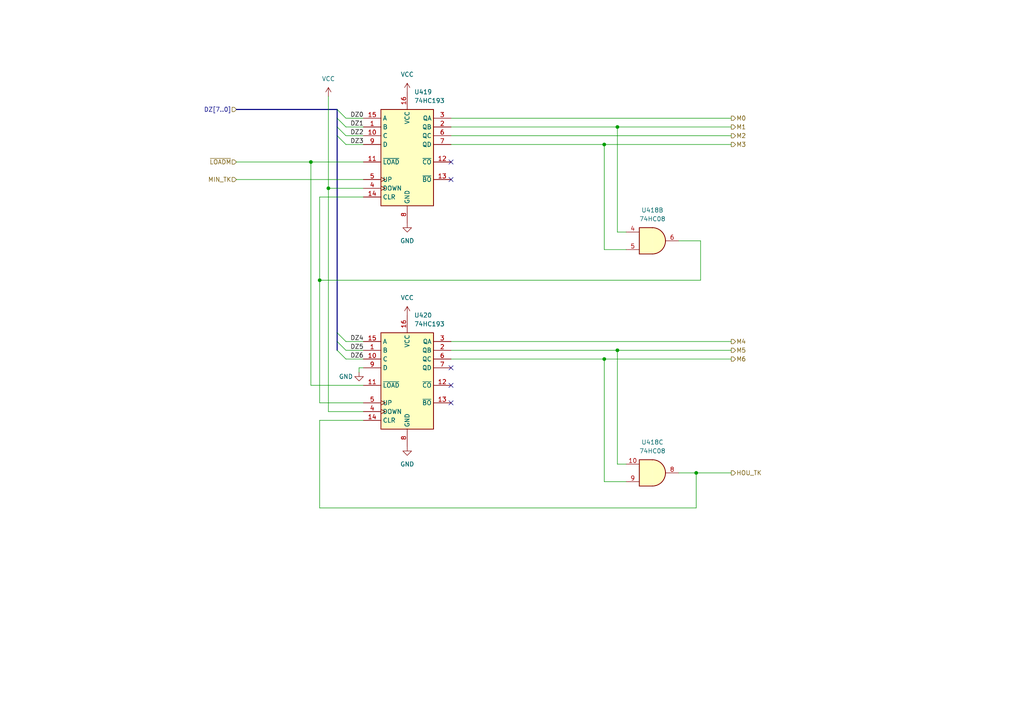
<source format=kicad_sch>
(kicad_sch (version 20211123) (generator eeschema)
  (paper "A4")
  (lib_symbols
    (symbol "74xx:74LS193"
      (property "Reference" "U" (at -7.62 13.97 0))
      (property "Value" "74LS193" (at 5.08 13.97 0))
      (symbol "74LS193_1_0"
        (pin input line (at -12.7 7.62 0) (length 5.08) (name "B") (number "1"))
        (pin input line (at -12.7 5.08 0) (length 5.08) (name "C") (number "10"))
        (pin input line (at -12.7 -2.54 0) (length 5.08) (name "~{LOAD}") (number "11"))
        (pin output line (at 12.7 -2.54 180) (length 5.08) (name "~{CO}") (number "12"))
        (pin output line (at 12.7 -7.62 180) (length 5.08) (name "~{BO}") (number "13"))
        (pin input line (at -12.7 -12.7 0) (length 5.08) (name "CLR") (number "14"))
        (pin input line (at -12.7 10.16 0) (length 5.08) (name "A") (number "15"))
        (pin power_in line (at 0 17.78 270) (length 5.08) (name "VCC") (number "16"))
        (pin output line (at 12.7 7.62 180) (length 5.08) (name "QB") (number "2"))
        (pin output line (at 12.7 10.16 180) (length 5.08) (name "QA") (number "3"))
        (pin input clock (at -12.7 -10.16 0) (length 5.08) (name "DOWN") (number "4"))
        (pin input clock (at -12.7 -7.62 0) (length 5.08) (name "UP") (number "5"))
        (pin output line (at 12.7 5.08 180) (length 5.08) (name "QC") (number "6"))
        (pin output line (at 12.7 2.54 180) (length 5.08) (name "QD") (number "7"))
        (pin power_in line (at 0 -20.32 90) (length 5.08) (name "GND") (number "8"))
        (pin input line (at -12.7 2.54 0) (length 5.08) (name "D") (number "9"))
      )
      (symbol "74LS193_1_1"
        (rectangle (start -7.62 12.7) (end 7.62 -15.24) (stroke (width 0.254)) (fill (type background)))
      )
    )
    (symbol "Custom 74xx:74HC08" (pin_names (offset 1.016))
      (property "Reference" "U" (at 0 1.27 0))
      (property "Value" "74HC08" (at 0 -1.27 0))
      (symbol "74HC08_1_1"
        (arc (start 0 -3.81) (mid 3.81 0) (end 0 3.81) (stroke (width 0.254)) (fill (type background)))
        (polyline (pts (xy 0 3.81) (xy -3.81 3.81) (xy -3.81 -3.81) (xy 0 -3.81)) (stroke (width 0.254)) (fill (type background)))
        (pin input line (at -7.62 2.54 0) (length 3.81) (name "~") (number "1"))
        (pin input line (at -7.62 -2.54 0) (length 3.81) (name "~") (number "2"))
        (pin output line (at 7.62 0 180) (length 3.81) (name "~") (number "3"))
      )
      (symbol "74HC08_1_2"
        (arc (start -3.81 -3.81) (mid -2.589 0) (end -3.81 3.81) (stroke (width 0.254)))
        (arc (start -0.6096 -3.81) (mid 2.1855 -2.584) (end 3.81 0) (stroke (width 0.254)) (fill (type background)))
        (polyline (pts (xy -3.81 -3.81) (xy -0.635 -3.81)) (stroke (width 0.254)) (fill (type background)))
        (polyline (pts (xy -3.81 3.81) (xy -0.635 3.81)) (stroke (width 0.254)) (fill (type background)))
        (polyline (pts (xy -0.635 3.81) (xy -3.81 3.81) (xy -3.81 3.81) (xy -3.556 3.4036) (xy -3.0226 2.2606) (xy -2.6924 1.0414) (xy -2.6162 -0.254) (xy -2.7686 -1.4986) (xy -3.175 -2.7178) (xy -3.81 -3.81) (xy -3.81 -3.81) (xy -0.635 -3.81)) (stroke (width -25.4)) (fill (type background)))
        (arc (start 3.81 0) (mid 2.1928 2.5925) (end -0.6096 3.81) (stroke (width 0.254)) (fill (type background)))
        (pin input inverted (at -7.62 2.54 0) (length 4.318) (name "~") (number "1"))
        (pin input inverted (at -7.62 -2.54 0) (length 4.318) (name "~") (number "2"))
        (pin output line (at 7.62 0 180) (length 3.81) (name "~") (number "3"))
      )
      (symbol "74HC08_2_1"
        (arc (start 0 -3.81) (mid 3.81 0) (end 0 3.81) (stroke (width 0.254)) (fill (type background)))
        (polyline (pts (xy 0 3.81) (xy -3.81 3.81) (xy -3.81 -3.81) (xy 0 -3.81)) (stroke (width 0.254)) (fill (type background)))
        (pin input line (at -7.62 2.54 0) (length 3.81) (name "~") (number "4"))
        (pin input line (at -7.62 -2.54 0) (length 3.81) (name "~") (number "5"))
        (pin output line (at 7.62 0 180) (length 3.81) (name "~") (number "6"))
      )
      (symbol "74HC08_2_2"
        (arc (start -3.81 -3.81) (mid -2.589 0) (end -3.81 3.81) (stroke (width 0.254)))
        (arc (start -0.6096 -3.81) (mid 2.1855 -2.584) (end 3.81 0) (stroke (width 0.254)) (fill (type background)))
        (polyline (pts (xy -3.81 -3.81) (xy -0.635 -3.81)) (stroke (width 0.254)) (fill (type background)))
        (polyline (pts (xy -3.81 3.81) (xy -0.635 3.81)) (stroke (width 0.254)) (fill (type background)))
        (polyline (pts (xy -0.635 3.81) (xy -3.81 3.81) (xy -3.81 3.81) (xy -3.556 3.4036) (xy -3.0226 2.2606) (xy -2.6924 1.0414) (xy -2.6162 -0.254) (xy -2.7686 -1.4986) (xy -3.175 -2.7178) (xy -3.81 -3.81) (xy -3.81 -3.81) (xy -0.635 -3.81)) (stroke (width -25.4)) (fill (type background)))
        (arc (start 3.81 0) (mid 2.1928 2.5925) (end -0.6096 3.81) (stroke (width 0.254)) (fill (type background)))
        (pin input inverted (at -7.62 2.54 0) (length 4.318) (name "~") (number "4"))
        (pin input inverted (at -7.62 -2.54 0) (length 4.318) (name "~") (number "5"))
        (pin output line (at 7.62 0 180) (length 3.81) (name "~") (number "6"))
      )
      (symbol "74HC08_3_1"
        (arc (start 0 -3.81) (mid 3.81 0) (end 0 3.81) (stroke (width 0.254)) (fill (type background)))
        (polyline (pts (xy 0 3.81) (xy -3.81 3.81) (xy -3.81 -3.81) (xy 0 -3.81)) (stroke (width 0.254)) (fill (type background)))
        (pin input line (at -7.62 -2.54 0) (length 3.81) (name "~") (number "10"))
        (pin output line (at 7.62 0 180) (length 3.81) (name "~") (number "8"))
        (pin input line (at -7.62 2.54 0) (length 3.81) (name "~") (number "9"))
      )
      (symbol "74HC08_3_2"
        (arc (start -3.81 -3.81) (mid -2.589 0) (end -3.81 3.81) (stroke (width 0.254)))
        (arc (start -0.6096 -3.81) (mid 2.1855 -2.584) (end 3.81 0) (stroke (width 0.254)) (fill (type background)))
        (polyline (pts (xy -3.81 -3.81) (xy -0.635 -3.81)) (stroke (width 0.254)) (fill (type background)))
        (polyline (pts (xy -3.81 3.81) (xy -0.635 3.81)) (stroke (width 0.254)) (fill (type background)))
        (polyline (pts (xy -0.635 3.81) (xy -3.81 3.81) (xy -3.81 3.81) (xy -3.556 3.4036) (xy -3.0226 2.2606) (xy -2.6924 1.0414) (xy -2.6162 -0.254) (xy -2.7686 -1.4986) (xy -3.175 -2.7178) (xy -3.81 -3.81) (xy -3.81 -3.81) (xy -0.635 -3.81)) (stroke (width -25.4)) (fill (type background)))
        (arc (start 3.81 0) (mid 2.1928 2.5925) (end -0.6096 3.81) (stroke (width 0.254)) (fill (type background)))
        (pin input inverted (at -7.62 -2.54 0) (length 4.318) (name "~") (number "10"))
        (pin output line (at 7.62 0 180) (length 3.81) (name "~") (number "8"))
        (pin input inverted (at -7.62 2.54 0) (length 4.318) (name "~") (number "9"))
      )
      (symbol "74HC08_4_1"
        (arc (start 0 -3.81) (mid 3.81 0) (end 0 3.81) (stroke (width 0.254)) (fill (type background)))
        (polyline (pts (xy 0 3.81) (xy -3.81 3.81) (xy -3.81 -3.81) (xy 0 -3.81)) (stroke (width 0.254)) (fill (type background)))
        (pin output line (at 7.62 0 180) (length 3.81) (name "~") (number "11"))
        (pin input line (at -7.62 2.54 0) (length 3.81) (name "~") (number "12"))
        (pin input line (at -7.62 -2.54 0) (length 3.81) (name "~") (number "13"))
      )
      (symbol "74HC08_4_2"
        (arc (start -3.81 -3.81) (mid -2.589 0) (end -3.81 3.81) (stroke (width 0.254)))
        (arc (start -0.6096 -3.81) (mid 2.1855 -2.584) (end 3.81 0) (stroke (width 0.254)) (fill (type background)))
        (polyline (pts (xy -3.81 -3.81) (xy -0.635 -3.81)) (stroke (width 0.254)) (fill (type background)))
        (polyline (pts (xy -3.81 3.81) (xy -0.635 3.81)) (stroke (width 0.254)) (fill (type background)))
        (polyline (pts (xy -0.635 3.81) (xy -3.81 3.81) (xy -3.81 3.81) (xy -3.556 3.4036) (xy -3.0226 2.2606) (xy -2.6924 1.0414) (xy -2.6162 -0.254) (xy -2.7686 -1.4986) (xy -3.175 -2.7178) (xy -3.81 -3.81) (xy -3.81 -3.81) (xy -0.635 -3.81)) (stroke (width -25.4)) (fill (type background)))
        (arc (start 3.81 0) (mid 2.1928 2.5925) (end -0.6096 3.81) (stroke (width 0.254)) (fill (type background)))
        (pin output line (at 7.62 0 180) (length 3.81) (name "~") (number "11"))
        (pin input inverted (at -7.62 2.54 0) (length 4.318) (name "~") (number "12"))
        (pin input inverted (at -7.62 -2.54 0) (length 4.318) (name "~") (number "13"))
      )
      (symbol "74HC08_5_0"
        (pin power_in line (at 0 12.7 270) (length 5.08) (name "VCC") (number "14"))
        (pin power_in line (at 0 -12.7 90) (length 5.08) (name "GND") (number "7"))
      )
      (symbol "74HC08_5_1"
        (rectangle (start -5.08 7.62) (end 5.08 -7.62) (stroke (width 0.254)) (fill (type background)))
      )
    )
    (symbol "power:GND" (power) (pin_names (offset 0))
      (property "Value" "GND" (at 0 -3.81 0))
      (symbol "GND_0_1"
        (polyline (pts (xy 0 0) (xy 0 -1.27) (xy 1.27 -1.27) (xy 0 -2.54) (xy -1.27 -1.27) (xy 0 -1.27)))
      )
      (symbol "GND_1_1"
        (pin power_in line (at 0 0 270) (length 0) hide (name "GND") (number "1"))
      )
    )
    (symbol "power:VCC" (power) (pin_names (offset 0))
      (property "Value" "VCC" (at 0 3.81 0))
      (symbol "VCC_0_1"
        (polyline (pts (xy -0.762 1.27) (xy 0 2.54)))
        (polyline (pts (xy 0 0) (xy 0 2.54)))
        (polyline (pts (xy 0 2.54) (xy 0.762 1.27)))
      )
      (symbol "VCC_1_1"
        (pin power_in line (at 0 0 90) (length 0) hide (name "VCC") (number "1"))
      )
    )
  )
  (junction (at 92.71 81.28))
  (junction (at 179.07 36.83))
  (junction (at 175.26 41.91))
  (junction (at 179.07 101.6))
  (junction (at 90.17 46.99))
  (junction (at 201.93 137.16))
  (junction (at 95.25 54.61))
  (junction (at 175.26 104.14))
  (no_connect (at 130.81 116.84))
  (no_connect (at 130.81 111.76))
  (no_connect (at 130.81 52.07))
  (no_connect (at 130.81 106.68))
  (no_connect (at 130.81 46.99))
  (bus_entry (at 97.79 36.83) (size 2.54 2.54))
  (bus_entry (at 97.79 99.06) (size 2.54 2.54))
  (bus_entry (at 97.79 101.6) (size 2.54 2.54))
  (bus_entry (at 97.79 96.52) (size 2.54 2.54))
  (bus_entry (at 97.79 39.37) (size 2.54 2.54))
  (bus_entry (at 97.79 34.29) (size 2.54 2.54))
  (bus_entry (at 97.79 31.75) (size 2.54 2.54))
  (wire (pts (xy 201.93 147.32) (xy 92.71 147.32)))
  (wire (pts (xy 92.71 121.92) (xy 105.41 121.92)))
  (wire (pts (xy 179.07 134.62) (xy 179.07 101.6)))
  (wire (pts (xy 196.85 69.85) (xy 203.2 69.85)))
  (wire (pts (xy 100.33 104.14) (xy 105.41 104.14)))
  (wire (pts (xy 130.81 104.14) (xy 175.26 104.14)))
  (wire (pts (xy 175.26 41.91) (xy 212.09 41.91)))
  (wire (pts (xy 68.58 46.99) (xy 90.17 46.99)))
  (bus (pts (xy 97.79 99.06) (xy 97.79 101.6)))
  (wire (pts (xy 130.81 101.6) (xy 179.07 101.6)))
  (wire (pts (xy 203.2 81.28) (xy 92.71 81.28)))
  (wire (pts (xy 105.41 106.68) (xy 104.14 106.68)))
  (wire (pts (xy 68.58 52.07) (xy 105.41 52.07)))
  (wire (pts (xy 95.25 119.38) (xy 105.41 119.38)))
  (wire (pts (xy 130.81 99.06) (xy 212.09 99.06)))
  (wire (pts (xy 92.71 147.32) (xy 92.71 121.92)))
  (wire (pts (xy 100.33 39.37) (xy 105.41 39.37)))
  (wire (pts (xy 179.07 101.6) (xy 212.09 101.6)))
  (wire (pts (xy 196.85 137.16) (xy 201.93 137.16)))
  (bus (pts (xy 68.58 31.75) (xy 97.79 31.75)))
  (wire (pts (xy 95.25 54.61) (xy 95.25 119.38)))
  (bus (pts (xy 97.79 36.83) (xy 97.79 39.37)))
  (wire (pts (xy 201.93 137.16) (xy 212.09 137.16)))
  (bus (pts (xy 97.79 96.52) (xy 97.79 99.06)))
  (wire (pts (xy 100.33 34.29) (xy 105.41 34.29)))
  (wire (pts (xy 95.25 54.61) (xy 105.41 54.61)))
  (wire (pts (xy 90.17 111.76) (xy 105.41 111.76)))
  (wire (pts (xy 100.33 99.06) (xy 105.41 99.06)))
  (wire (pts (xy 181.61 72.39) (xy 175.26 72.39)))
  (wire (pts (xy 175.26 72.39) (xy 175.26 41.91)))
  (bus (pts (xy 97.79 39.37) (xy 97.79 96.52)))
  (wire (pts (xy 104.14 106.68) (xy 104.14 107.95)))
  (wire (pts (xy 100.33 36.83) (xy 105.41 36.83)))
  (bus (pts (xy 97.79 31.75) (xy 97.79 34.29)))
  (wire (pts (xy 130.81 36.83) (xy 179.07 36.83)))
  (wire (pts (xy 175.26 104.14) (xy 212.09 104.14)))
  (wire (pts (xy 181.61 139.7) (xy 175.26 139.7)))
  (wire (pts (xy 130.81 41.91) (xy 175.26 41.91)))
  (wire (pts (xy 95.25 27.94) (xy 95.25 54.61)))
  (bus (pts (xy 97.79 34.29) (xy 97.79 36.83)))
  (wire (pts (xy 179.07 67.31) (xy 179.07 36.83)))
  (wire (pts (xy 179.07 36.83) (xy 212.09 36.83)))
  (wire (pts (xy 181.61 134.62) (xy 179.07 134.62)))
  (wire (pts (xy 201.93 137.16) (xy 201.93 147.32)))
  (wire (pts (xy 105.41 57.15) (xy 92.71 57.15)))
  (wire (pts (xy 100.33 41.91) (xy 105.41 41.91)))
  (wire (pts (xy 92.71 57.15) (xy 92.71 81.28)))
  (wire (pts (xy 92.71 81.28) (xy 92.71 116.84)))
  (wire (pts (xy 175.26 139.7) (xy 175.26 104.14)))
  (wire (pts (xy 203.2 69.85) (xy 203.2 81.28)))
  (wire (pts (xy 100.33 101.6) (xy 105.41 101.6)))
  (wire (pts (xy 130.81 34.29) (xy 212.09 34.29)))
  (wire (pts (xy 90.17 46.99) (xy 105.41 46.99)))
  (wire (pts (xy 92.71 116.84) (xy 105.41 116.84)))
  (wire (pts (xy 90.17 46.99) (xy 90.17 111.76)))
  (wire (pts (xy 181.61 67.31) (xy 179.07 67.31)))
  (wire (pts (xy 130.81 39.37) (xy 212.09 39.37)))
  (label "DZ1" (at 101.6 36.83 0))
  (label "DZ2" (at 101.6 39.37 0))
  (label "DZ4" (at 101.6 99.06 0))
  (label "DZ3" (at 101.6 41.91 0))
  (label "DZ5" (at 101.6 101.6 0))
  (label "DZ0" (at 101.6 34.29 0))
  (label "DZ6" (at 101.6 104.14 0))
  (hierarchical_label "M4" (shape output) (at 212.09 99.06 0))
  (hierarchical_label "M2" (shape output) (at 212.09 39.37 0))
  (hierarchical_label "DZ[7..0]" (shape input) (at 68.58 31.75 180))
  (hierarchical_label "M3" (shape output) (at 212.09 41.91 0))
  (hierarchical_label "M0" (shape output) (at 212.09 34.29 0))
  (hierarchical_label "MIN_TK" (shape input) (at 68.58 52.07 180))
  (hierarchical_label "M5" (shape output) (at 212.09 101.6 0))
  (hierarchical_label "M6" (shape output) (at 212.09 104.14 0))
  (hierarchical_label "M1" (shape output) (at 212.09 36.83 0))
  (hierarchical_label "HOU_TK" (shape output) (at 212.09 137.16 0))
  (hierarchical_label "~{LOADM}" (shape input) (at 68.58 46.99 180))
  (symbol (lib_id "power:GND") (at 104.14 107.95 0) (unit 1)
    (property "Reference" "#PWR0102" (effects hide))
    (property "Value" "GND" (at 100.33 109.22 0))
  )
  (symbol (lib_id "Custom 74xx:74HC08") (at 189.23 69.85 0) (unit 2)
    (property "Reference" "U418" (at 189.23 60.96 0))
    (property "Value" "74HC08" (at 189.23 63.5 0))
    (property "Footprint" "Package_SO:SOIC-14_3.9x8.7mm_P1.27mm" (effects hide))
  )
  (symbol (lib_id "74xx:74LS193") (at 118.11 109.22 0) (unit 1)
    (property "Reference" "U420" (at 120.1294 91.44 0) (effects (justify left)))
    (property "Value" "74HC193" (at 120.1294 93.98 0) (effects (justify left)))
    (property "Footprint" "Package_SO:SOIC-16_3.9x9.9mm_P1.27mm" (effects hide))
    (property "Datasheet" "http://www.ti.com/lit/ds/symlink/sn74ls193.pdf" (effects hide))
  )
  (symbol (lib_id "74xx:74LS193") (at 118.11 44.45 0) (unit 1)
    (property "Reference" "U419" (at 120.1294 26.67 0) (effects (justify left)))
    (property "Value" "74HC193" (at 120.1294 29.21 0) (effects (justify left)))
    (property "Footprint" "Package_SO:SOIC-16_3.9x9.9mm_P1.27mm" (effects hide))
    (property "Datasheet" "http://www.ti.com/lit/ds/symlink/sn74ls193.pdf" (effects hide))
  )
  (symbol (lib_id "Custom 74xx:74HC08") (at 189.23 137.16 0) (mirror x) (unit 3)
    (property "Reference" "U418" (at 189.23 128.27 0))
    (property "Value" "74HC08" (at 189.23 130.81 0))
    (property "Footprint" "Package_SO:SOIC-14_3.9x8.7mm_P1.27mm" (effects hide))
  )
  (symbol (lib_id "power:VCC") (at 118.11 91.44 0) (unit 1)
    (property "Reference" "#PWR0105" (effects hide))
    (property "Value" "VCC" (at 118.11 86.36 0))
  )
  (symbol (lib_id "power:GND") (at 118.11 129.54 0) (unit 1)
    (property "Reference" "#PWR0101" (effects hide))
    (property "Value" "GND" (at 118.11 134.62 0))
  )
  (symbol (lib_id "power:VCC") (at 118.11 26.67 0) (unit 1)
    (property "Reference" "#PWR0104" (effects hide))
    (property "Value" "VCC" (at 118.11 21.59 0))
  )
  (symbol (lib_id "power:GND") (at 118.11 64.77 0) (unit 1)
    (property "Reference" "#PWR0106" (effects hide))
    (property "Value" "GND" (at 118.11 69.85 0))
  )
  (symbol (lib_id "power:VCC") (at 95.25 27.94 0) (unit 1)
    (property "Reference" "#PWR0103" (effects hide))
    (property "Value" "VCC" (at 95.25 22.86 0))
  )
)
</source>
